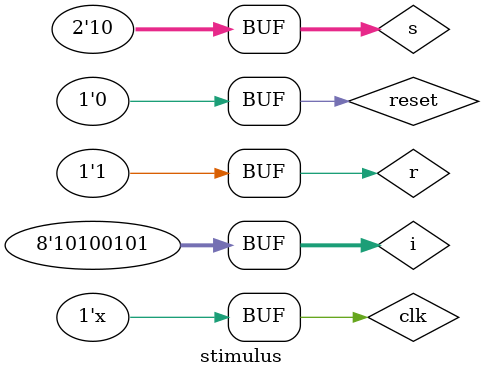
<source format=v>
module stimulus;

  reg clk, reset, r;
  reg [7:0] i;
  reg [1:0] s;
  wire [7:0] o;

  // Instantiate your Shift_Register
  Shift_Register U0(i, s, o, clk, reset, r);

  // Clock generator
  always #5 clk = ~clk;

  initial begin
    clk = 0;

    reset = 1'b1; 
    i     = 8'b00000000; 
    s     = 2'b00; 
    r     = 1'b0;       // reset ???????? 0

    #5 reset = 1'b0;
    
    #5 i = 8'b10100101; s = 2'b11; // ?????output = 10100101

    #10 s = 2'b00;  // ???output = 10100101

    #10 s = 2'b01;  // ???output = 01001010

    #10 s = 2'b10; r = 1'b1; // ???????=1?output = 10100101
  end

endmodule


</source>
